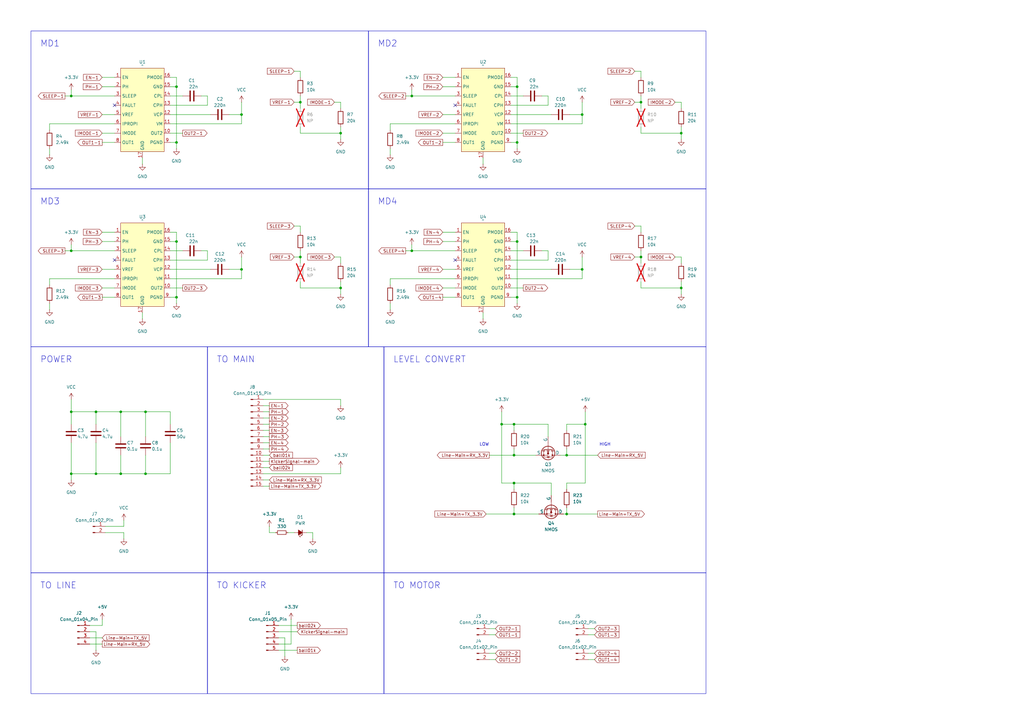
<source format=kicad_sch>
(kicad_sch (version 20231120) (generator "eeschema") (generator_version "8.0")
  (paper "A3")
  (junction (at 72.39 58.42))
  (junction (at 210.82 198.12))
  (junction (at 123.19 105.41))
  (junction (at 210.82 186.69))
  (junction (at 232.41 186.69))
  (junction (at 232.41 210.82))
  (junction (at 29.21 194.31))
  (junction (at 262.89 41.91))
  (junction (at 205.74 173.99))
  (junction (at 49.53 194.31))
  (junction (at 210.82 210.82))
  (junction (at 39.37 194.31))
  (junction (at 262.89 105.41))
  (junction (at 139.7 118.11))
  (junction (at 59.69 194.31))
  (junction (at 39.37 168.91))
  (junction (at 210.82 173.99))
  (junction (at 72.39 35.56))
  (junction (at 49.53 168.91))
  (junction (at 212.09 121.92))
  (junction (at 72.39 99.06))
  (junction (at 99.06 46.99))
  (junction (at 212.09 35.56))
  (junction (at 212.09 58.42))
  (junction (at 59.69 168.91))
  (junction (at 29.21 168.91))
  (junction (at 72.39 121.92))
  (junction (at 139.7 54.61))
  (junction (at 279.4 54.61))
  (junction (at 168.91 102.87))
  (junction (at 168.91 39.37))
  (junction (at 240.03 173.99))
  (junction (at 238.76 46.99))
  (junction (at 238.76 110.49))
  (junction (at 279.4 118.11))
  (junction (at 99.06 110.49))
  (junction (at 123.19 41.91))
  (junction (at 212.09 99.06))
  (junction (at 29.21 39.37))
  (junction (at 29.21 102.87))
  (no_connect (at 46.99 106.68))
  (no_connect (at 186.69 106.68))
  (no_connect (at 186.69 43.18))
  (no_connect (at 46.99 43.18))
  (wire (pts (xy 69.85 58.42) (xy 72.39 58.42)))
  (wire (pts (xy 72.39 60.96) (xy 72.39 58.42)))
  (wire (pts (xy 58.42 64.77) (xy 58.42 67.31)))
  (wire (pts (xy 232.41 210.82) (xy 245.11 210.82)))
  (wire (pts (xy 107.95 181.61) (xy 110.49 181.61)))
  (wire (pts (xy 123.19 118.11) (xy 139.7 118.11)))
  (wire (pts (xy 203.2 260.35) (xy 200.66 260.35)))
  (wire (pts (xy 160.02 127) (xy 160.02 124.46)))
  (wire (pts (xy 74.93 54.61) (xy 69.85 54.61)))
  (wire (pts (xy 166.37 102.87) (xy 168.91 102.87)))
  (wire (pts (xy 69.85 121.92) (xy 72.39 121.92)))
  (wire (pts (xy 110.49 199.39) (xy 107.95 199.39)))
  (wire (pts (xy 107.95 189.23) (xy 110.49 189.23)))
  (wire (pts (xy 209.55 58.42) (xy 212.09 58.42)))
  (wire (pts (xy 59.69 168.91) (xy 59.69 179.07)))
  (wire (pts (xy 214.63 118.11) (xy 209.55 118.11)))
  (wire (pts (xy 93.98 110.49) (xy 99.06 110.49)))
  (wire (pts (xy 128.27 220.98) (xy 128.27 218.44)))
  (wire (pts (xy 139.7 52.07) (xy 139.7 54.61)))
  (wire (pts (xy 262.89 29.21) (xy 262.89 31.75)))
  (wire (pts (xy 49.53 168.91) (xy 59.69 168.91)))
  (wire (pts (xy 39.37 168.91) (xy 49.53 168.91)))
  (wire (pts (xy 50.8 218.44) (xy 43.18 218.44)))
  (wire (pts (xy 168.91 39.37) (xy 186.69 39.37)))
  (wire (pts (xy 50.8 215.9) (xy 43.18 215.9)))
  (wire (pts (xy 262.89 102.87) (xy 262.89 105.41)))
  (wire (pts (xy 279.4 41.91) (xy 279.4 44.45)))
  (wire (pts (xy 110.49 168.91) (xy 107.95 168.91)))
  (wire (pts (xy 41.91 46.99) (xy 46.99 46.99)))
  (wire (pts (xy 232.41 186.69) (xy 229.87 186.69)))
  (wire (pts (xy 41.91 58.42) (xy 46.99 58.42)))
  (wire (pts (xy 114.3 264.16) (xy 119.38 264.16)))
  (wire (pts (xy 199.39 210.82) (xy 210.82 210.82)))
  (wire (pts (xy 205.74 198.12) (xy 210.82 198.12)))
  (wire (pts (xy 260.35 29.21) (xy 262.89 29.21)))
  (wire (pts (xy 41.91 35.56) (xy 46.99 35.56)))
  (wire (pts (xy 120.65 41.91) (xy 123.19 41.91)))
  (wire (pts (xy 39.37 181.61) (xy 39.37 194.31)))
  (wire (pts (xy 69.85 194.31) (xy 59.69 194.31)))
  (wire (pts (xy 86.36 46.99) (xy 69.85 46.99)))
  (wire (pts (xy 123.19 54.61) (xy 139.7 54.61)))
  (wire (pts (xy 20.32 114.3) (xy 20.32 116.84)))
  (wire (pts (xy 262.89 52.07) (xy 262.89 54.61)))
  (wire (pts (xy 200.66 257.81) (xy 203.2 257.81)))
  (wire (pts (xy 262.89 105.41) (xy 262.89 107.95)))
  (wire (pts (xy 198.12 64.77) (xy 198.12 67.31)))
  (wire (pts (xy 74.93 102.87) (xy 69.85 102.87)))
  (wire (pts (xy 121.92 266.7) (xy 114.3 266.7)))
  (wire (pts (xy 238.76 46.99) (xy 238.76 50.8)))
  (wire (pts (xy 139.7 118.11) (xy 139.7 120.65)))
  (wire (pts (xy 41.91 110.49) (xy 46.99 110.49)))
  (wire (pts (xy 20.32 50.8) (xy 20.32 53.34)))
  (wire (pts (xy 279.4 54.61) (xy 279.4 57.15)))
  (wire (pts (xy 186.69 114.3) (xy 160.02 114.3)))
  (wire (pts (xy 74.93 39.37) (xy 69.85 39.37)))
  (wire (pts (xy 262.89 54.61) (xy 279.4 54.61)))
  (wire (pts (xy 224.79 179.07) (xy 224.79 173.99)))
  (wire (pts (xy 222.25 102.87) (xy 224.79 102.87)))
  (wire (pts (xy 240.03 173.99) (xy 240.03 168.91)))
  (wire (pts (xy 69.85 181.61) (xy 69.85 194.31)))
  (wire (pts (xy 110.49 196.85) (xy 107.95 196.85)))
  (wire (pts (xy 209.55 106.68) (xy 224.79 106.68)))
  (wire (pts (xy 116.84 261.62) (xy 116.84 269.24)))
  (wire (pts (xy 212.09 99.06) (xy 212.09 121.92)))
  (wire (pts (xy 168.91 102.87) (xy 186.69 102.87)))
  (wire (pts (xy 99.06 110.49) (xy 99.06 114.3)))
  (wire (pts (xy 200.66 186.69) (xy 210.82 186.69)))
  (wire (pts (xy 99.06 41.91) (xy 99.06 46.99)))
  (wire (pts (xy 260.35 105.41) (xy 262.89 105.41)))
  (wire (pts (xy 232.41 210.82) (xy 231.14 210.82)))
  (wire (pts (xy 210.82 186.69) (xy 210.82 184.15)))
  (wire (pts (xy 69.85 35.56) (xy 72.39 35.56)))
  (wire (pts (xy 69.85 106.68) (xy 85.09 106.68)))
  (wire (pts (xy 99.06 114.3) (xy 69.85 114.3)))
  (wire (pts (xy 120.65 218.44) (xy 118.11 218.44)))
  (wire (pts (xy 107.95 176.53) (xy 110.49 176.53)))
  (wire (pts (xy 110.49 215.9) (xy 110.49 218.44)))
  (wire (pts (xy 279.4 52.07) (xy 279.4 54.61)))
  (wire (pts (xy 49.53 168.91) (xy 49.53 179.07)))
  (wire (pts (xy 181.61 95.25) (xy 186.69 95.25)))
  (wire (pts (xy 260.35 92.71) (xy 262.89 92.71)))
  (wire (pts (xy 20.32 63.5) (xy 20.32 60.96)))
  (wire (pts (xy 205.74 168.91) (xy 205.74 173.99)))
  (wire (pts (xy 39.37 259.08) (xy 36.83 259.08)))
  (wire (pts (xy 262.89 41.91) (xy 262.89 44.45)))
  (wire (pts (xy 120.65 105.41) (xy 123.19 105.41)))
  (wire (pts (xy 41.91 256.54) (xy 36.83 256.54)))
  (wire (pts (xy 279.4 115.57) (xy 279.4 118.11)))
  (wire (pts (xy 200.66 270.51) (xy 203.2 270.51)))
  (wire (pts (xy 168.91 36.83) (xy 168.91 39.37)))
  (wire (pts (xy 210.82 198.12) (xy 226.06 198.12)))
  (wire (pts (xy 120.65 29.21) (xy 123.19 29.21)))
  (wire (pts (xy 181.61 54.61) (xy 186.69 54.61)))
  (wire (pts (xy 240.03 173.99) (xy 240.03 198.12)))
  (wire (pts (xy 262.89 118.11) (xy 279.4 118.11)))
  (wire (pts (xy 29.21 168.91) (xy 39.37 168.91)))
  (wire (pts (xy 29.21 163.83) (xy 29.21 168.91)))
  (wire (pts (xy 205.74 173.99) (xy 210.82 173.99)))
  (wire (pts (xy 212.09 31.75) (xy 212.09 35.56)))
  (wire (pts (xy 212.09 60.96) (xy 212.09 58.42)))
  (wire (pts (xy 107.95 171.45) (xy 110.49 171.45)))
  (wire (pts (xy 39.37 194.31) (xy 49.53 194.31)))
  (wire (pts (xy 232.41 186.69) (xy 245.11 186.69)))
  (wire (pts (xy 233.68 46.99) (xy 238.76 46.99)))
  (wire (pts (xy 74.93 118.11) (xy 69.85 118.11)))
  (wire (pts (xy 186.69 50.8) (xy 160.02 50.8)))
  (wire (pts (xy 41.91 121.92) (xy 46.99 121.92)))
  (wire (pts (xy 238.76 110.49) (xy 238.76 114.3)))
  (wire (pts (xy 160.02 50.8) (xy 160.02 53.34)))
  (wire (pts (xy 123.19 115.57) (xy 123.19 118.11)))
  (wire (pts (xy 46.99 114.3) (xy 20.32 114.3)))
  (wire (pts (xy 276.86 105.41) (xy 279.4 105.41)))
  (wire (pts (xy 240.03 198.12) (xy 232.41 198.12)))
  (wire (pts (xy 205.74 173.99) (xy 205.74 198.12)))
  (wire (pts (xy 49.53 194.31) (xy 59.69 194.31)))
  (wire (pts (xy 41.91 95.25) (xy 46.99 95.25)))
  (wire (pts (xy 72.39 99.06) (xy 72.39 121.92)))
  (wire (pts (xy 212.09 124.46) (xy 212.09 121.92)))
  (wire (pts (xy 139.7 41.91) (xy 139.7 44.45)))
  (wire (pts (xy 72.39 31.75) (xy 72.39 35.56)))
  (wire (pts (xy 39.37 259.08) (xy 39.37 266.7)))
  (wire (pts (xy 226.06 110.49) (xy 209.55 110.49)))
  (wire (pts (xy 139.7 54.61) (xy 139.7 57.15)))
  (wire (pts (xy 50.8 213.36) (xy 50.8 215.9)))
  (wire (pts (xy 121.92 256.54) (xy 114.3 256.54)))
  (wire (pts (xy 29.21 181.61) (xy 29.21 194.31)))
  (wire (pts (xy 72.39 95.25) (xy 72.39 99.06)))
  (wire (pts (xy 260.35 41.91) (xy 262.89 41.91)))
  (wire (pts (xy 29.21 36.83) (xy 29.21 39.37)))
  (wire (pts (xy 276.86 41.91) (xy 279.4 41.91)))
  (wire (pts (xy 241.3 260.35) (xy 243.84 260.35)))
  (wire (pts (xy 241.3 270.51) (xy 243.84 270.51)))
  (wire (pts (xy 107.95 173.99) (xy 110.49 173.99)))
  (wire (pts (xy 224.79 173.99) (xy 210.82 173.99)))
  (wire (pts (xy 279.4 105.41) (xy 279.4 107.95)))
  (wire (pts (xy 99.06 50.8) (xy 69.85 50.8)))
  (wire (pts (xy 181.61 31.75) (xy 186.69 31.75)))
  (wire (pts (xy 50.8 218.44) (xy 50.8 220.98)))
  (wire (pts (xy 107.95 194.31) (xy 139.7 194.31)))
  (wire (pts (xy 232.41 173.99) (xy 240.03 173.99)))
  (wire (pts (xy 224.79 39.37) (xy 224.79 43.18)))
  (wire (pts (xy 232.41 176.53) (xy 232.41 173.99)))
  (wire (pts (xy 123.19 92.71) (xy 123.19 95.25)))
  (wire (pts (xy 107.95 186.69) (xy 110.49 186.69)))
  (wire (pts (xy 232.41 208.28) (xy 232.41 210.82)))
  (wire (pts (xy 241.3 257.81) (xy 243.84 257.81)))
  (wire (pts (xy 209.55 43.18) (xy 224.79 43.18)))
  (wire (pts (xy 119.38 254) (xy 119.38 264.16)))
  (wire (pts (xy 107.95 163.83) (xy 139.7 163.83)))
  (wire (pts (xy 99.06 105.41) (xy 99.06 110.49)))
  (wire (pts (xy 209.55 35.56) (xy 212.09 35.56)))
  (wire (pts (xy 262.89 39.37) (xy 262.89 41.91)))
  (wire (pts (xy 139.7 115.57) (xy 139.7 118.11)))
  (wire (pts (xy 99.06 46.99) (xy 99.06 50.8)))
  (wire (pts (xy 214.63 54.61) (xy 209.55 54.61)))
  (wire (pts (xy 110.49 218.44) (xy 113.03 218.44)))
  (wire (pts (xy 262.89 92.71) (xy 262.89 95.25)))
  (wire (pts (xy 160.02 114.3) (xy 160.02 116.84)))
  (wire (pts (xy 209.55 99.06) (xy 212.09 99.06)))
  (wire (pts (xy 181.61 118.11) (xy 186.69 118.11)))
  (wire (pts (xy 85.09 102.87) (xy 85.09 106.68)))
  (wire (pts (xy 69.85 168.91) (xy 69.85 173.99)))
  (wire (pts (xy 181.61 35.56) (xy 186.69 35.56)))
  (wire (pts (xy 181.61 58.42) (xy 186.69 58.42)))
  (wire (pts (xy 69.85 43.18) (xy 85.09 43.18)))
  (wire (pts (xy 58.42 128.27) (xy 58.42 130.81)))
  (wire (pts (xy 29.21 39.37) (xy 46.99 39.37)))
  (wire (pts (xy 123.19 41.91) (xy 123.19 44.45)))
  (wire (pts (xy 210.82 173.99) (xy 210.82 176.53)))
  (wire (pts (xy 46.99 50.8) (xy 20.32 50.8)))
  (wire (pts (xy 214.63 102.87) (xy 209.55 102.87)))
  (wire (pts (xy 210.82 210.82) (xy 220.98 210.82)))
  (wire (pts (xy 59.69 194.31) (xy 59.69 186.69)))
  (wire (pts (xy 160.02 63.5) (xy 160.02 60.96)))
  (wire (pts (xy 82.55 39.37) (xy 85.09 39.37)))
  (wire (pts (xy 20.32 127) (xy 20.32 124.46)))
  (wire (pts (xy 210.82 186.69) (xy 219.71 186.69)))
  (wire (pts (xy 29.21 100.33) (xy 29.21 102.87)))
  (wire (pts (xy 69.85 31.75) (xy 72.39 31.75)))
  (wire (pts (xy 139.7 166.37) (xy 139.7 163.83)))
  (wire (pts (xy 262.89 115.57) (xy 262.89 118.11)))
  (wire (pts (xy 222.25 39.37) (xy 224.79 39.37)))
  (wire (pts (xy 123.19 105.41) (xy 123.19 107.95)))
  (wire (pts (xy 86.36 110.49) (xy 69.85 110.49)))
  (wire (pts (xy 198.12 128.27) (xy 198.12 130.81)))
  (wire (pts (xy 210.82 208.28) (xy 210.82 210.82)))
  (wire (pts (xy 210.82 198.12) (xy 210.82 200.66)))
  (wire (pts (xy 181.61 121.92) (xy 186.69 121.92)))
  (wire (pts (xy 123.19 52.07) (xy 123.19 54.61)))
  (wire (pts (xy 224.79 102.87) (xy 224.79 106.68)))
  (wire (pts (xy 209.55 31.75) (xy 212.09 31.75)))
  (wire (pts (xy 72.39 35.56) (xy 72.39 58.42)))
  (wire (pts (xy 137.16 105.41) (xy 139.7 105.41)))
  (wire (pts (xy 238.76 41.91) (xy 238.76 46.99)))
  (wire (pts (xy 107.95 179.07) (xy 110.49 179.07)))
  (wire (pts (xy 123.19 102.87) (xy 123.19 105.41)))
  (wire (pts (xy 41.91 118.11) (xy 46.99 118.11)))
  (wire (pts (xy 59.69 168.91) (xy 69.85 168.91)))
  (wire (pts (xy 226.06 198.12) (xy 226.06 203.2)))
  (wire (pts (xy 238.76 105.41) (xy 238.76 110.49)))
  (wire (pts (xy 69.85 95.25) (xy 72.39 95.25)))
  (wire (pts (xy 209.55 95.25) (xy 212.09 95.25)))
  (wire (pts (xy 226.06 46.99) (xy 209.55 46.99)))
  (wire (pts (xy 39.37 173.99) (xy 39.37 168.91)))
  (wire (pts (xy 128.27 218.44) (xy 125.73 218.44)))
  (wire (pts (xy 110.49 166.37) (xy 107.95 166.37)))
  (wire (pts (xy 114.3 261.62) (xy 116.84 261.62)))
  (wire (pts (xy 137.16 41.91) (xy 139.7 41.91)))
  (wire (pts (xy 212.09 95.25) (xy 212.09 99.06)))
  (wire (pts (xy 36.83 264.16) (xy 41.91 264.16)))
  (wire (pts (xy 212.09 35.56) (xy 212.09 58.42)))
  (wire (pts (xy 114.3 259.08) (xy 121.92 259.08)))
  (wire (pts (xy 279.4 118.11) (xy 279.4 120.65)))
  (wire (pts (xy 85.09 39.37) (xy 85.09 43.18)))
  (wire (pts (xy 41.91 254) (xy 41.91 256.54)))
  (wire (pts (xy 232.41 198.12) (xy 232.41 200.66)))
  (wire (pts (xy 214.63 39.37) (xy 209.55 39.37)))
  (wire (pts (xy 29.21 168.91) (xy 29.21 173.99)))
  (wire (pts (xy 29.21 194.31) (xy 39.37 194.31)))
  (wire (pts (xy 36.83 261.62) (xy 41.91 261.62)))
  (wire (pts (xy 123.19 29.21) (xy 123.19 31.75)))
  (wire (pts (xy 238.76 114.3) (xy 209.55 114.3)))
  (wire (pts (xy 93.98 46.99) (xy 99.06 46.99)))
  (wire (pts (xy 72.39 124.46) (xy 72.39 121.92)))
  (wire (pts (xy 26.67 102.87) (xy 29.21 102.87)))
  (wire (pts (xy 168.91 100.33) (xy 168.91 102.87)))
  (wire (pts (xy 181.61 46.99) (xy 186.69 46.99)))
  (wire (pts (xy 209.55 121.92) (xy 212.09 121.92)))
  (wire (pts (xy 41.91 54.61) (xy 46.99 54.61)))
  (wire (pts (xy 49.53 186.69) (xy 49.53 194.31)))
  (wire (pts (xy 29.21 102.87) (xy 46.99 102.87)))
  (wire (pts (xy 233.68 110.49) (xy 238.76 110.49)))
  (wire (pts (xy 107.95 184.15) (xy 110.49 184.15)))
  (wire (pts (xy 139.7 194.31) (xy 139.7 191.77)))
  (wire (pts (xy 29.21 196.85) (xy 29.21 194.31)))
  (wire (pts (xy 110.49 191.77) (xy 107.95 191.77)))
  (wire (pts (xy 181.61 99.06) (xy 186.69 99.06)))
  (wire (pts (xy 238.76 50.8) (xy 209.55 50.8)))
  (wire (pts (xy 200.66 267.97) (xy 203.2 267.97)))
  (wire (pts (xy 232.41 184.15) (xy 232.41 186.69)))
  (wire (pts (xy 120.65 92.71) (xy 123.19 92.71)))
  (wire (pts (xy 69.85 99.06) (xy 72.39 99.06)))
  (wire (pts (xy 181.61 110.49) (xy 186.69 110.49)))
  (wire (pts (xy 166.37 39.37) (xy 168.91 39.37)))
  (wire (pts (xy 41.91 99.06) (xy 46.99 99.06)))
  (wire (pts (xy 139.7 105.41) (xy 139.7 107.95)))
  (wire (pts (xy 82.55 102.87) (xy 85.09 102.87)))
  (wire (pts (xy 241.3 267.97) (xy 243.84 267.97)))
  (wire (pts (xy 41.91 31.75) (xy 46.99 31.75)))
  (wire (pts (xy 26.67 39.37) (xy 29.21 39.37)))
  (wire (pts (xy 123.19 39.37) (xy 123.19 41.91)))
  (rectangle (start 12.7 142.24) (end 85.09 234.95))
  (rectangle (start 12.7 12.7) (end 151.13 77.47))
  (rectangle (start 85.09 234.95) (end 157.48 284.48))
  (rectangle (start 12.7 234.95) (end 85.09 284.48))
  (rectangle (start 157.48 142.24) (end 289.56 234.95))
  (rectangle (start 12.7 77.47) (end 151.13 142.24))
  (rectangle (start 151.13 77.47) (end 289.56 142.24))
  (rectangle (start 157.48 234.95) (end 289.56 284.48))
  (rectangle (start 85.09 142.24) (end 157.48 234.95))
  (rectangle (start 151.13 12.7) (end 289.56 77.47))
  (text "MD3" (at 16.51 81.28 0) (effects (font (size 2.54 2.54)) (justify left top)))
  (text "LEVEL CONVERT" (at 161.29 146.05 0) (effects (font (size 2.54 2.54)) (justify left top)))
  (text "HIGH" (at 248.158 182.372 0) (effects (font (size 1.27 1.27))))
  (text "TO MOTOR" (at 161.29 238.76 0) (effects (font (size 2.54 2.54)) (justify left top)))
  (text "TO LINE" (at 16.51 238.76 0) (effects (font (size 2.54 2.54)) (justify left top)))
  (text "TO KICKER" (at 88.9 238.76 0) (effects (font (size 2.54 2.54)) (justify left top)))
  (text "POWER" (at 16.51 146.05 0) (effects (font (size 2.54 2.54)) (justify left top)))
  (text "MD2" (at 154.94 16.51 0) (effects (font (size 2.54 2.54)) (justify left top)))
  (text "MD4" (at 154.94 81.28 0) (effects (font (size 2.54 2.54)) (justify left top)))
  (text "LOW" (at 198.628 182.372 0) (effects (font (size 1.27 1.27))))
  (text "TO MAIN" (at 88.9 146.05 0) (effects (font (size 2.54 2.54)) (justify left top)))
  (text "MD1" (at 16.51 16.51 0) (effects (font (size 2.54 2.54)) (justify left top)))
  (global_label "PH-2" (shape input) (at 181.61 35.56 180) (property "Intersheetrefs" "${INTERSHEET_REFS}" (effects (hide yes))))
  (global_label "SLEEP-3" (shape input) (at 120.65 92.71 180) (property "Intersheetrefs" "${INTERSHEET_REFS}" (effects (hide yes))))
  (global_label "ball02k" (shape output) (at 121.92 256.54 0) (property "Intersheetrefs" "${INTERSHEET_REFS}" (effects (hide yes))))
  (global_label "PH-1" (shape input) (at 41.91 35.56 180) (property "Intersheetrefs" "${INTERSHEET_REFS}" (effects (hide yes))))
  (global_label "OUT2-1" (shape output) (at 74.93 54.61 0) (property "Intersheetrefs" "${INTERSHEET_REFS}" (effects (hide yes))))
  (global_label "IMODE-1" (shape input) (at 137.16 41.91 180) (property "Intersheetrefs" "${INTERSHEET_REFS}" (effects (hide yes))))
  (global_label "EN-2" (shape output) (at 110.49 171.45 0) (property "Intersheetrefs" "${INTERSHEET_REFS}" (effects (hide yes))))
  (global_label "OUT1-4" (shape output) (at 181.61 121.92 180) (property "Intersheetrefs" "${INTERSHEET_REFS}" (effects (hide yes))))
  (global_label "IMODE-3" (shape input) (at 41.91 118.11 180) (property "Intersheetrefs" "${INTERSHEET_REFS}" (effects (hide yes))))
  (global_label "ball01k" (shape output) (at 121.92 266.7 0) (property "Intersheetrefs" "${INTERSHEET_REFS}" (effects (hide yes))))
  (global_label "OUT1-4" (shape input) (at 243.84 270.51 0) (property "Intersheetrefs" "${INTERSHEET_REFS}" (effects (hide yes))))
  (global_label "Line-Main=TX_3.3V" (shape input) (at 199.39 210.82 180) (property "Intersheetrefs" "${INTERSHEET_REFS}" (effects (hide yes))))
  (global_label "OUT2-2" (shape input) (at 203.2 267.97 0) (property "Intersheetrefs" "${INTERSHEET_REFS}" (effects (hide yes))))
  (global_label "PH-4" (shape input) (at 181.61 99.06 180) (property "Intersheetrefs" "${INTERSHEET_REFS}" (effects (hide yes))))
  (global_label "EN-3" (shape input) (at 41.91 95.25 180) (property "Intersheetrefs" "${INTERSHEET_REFS}" (effects (hide yes))))
  (global_label "ball02k" (shape input) (at 110.49 191.77 0) (property "Intersheetrefs" "${INTERSHEET_REFS}" (effects (hide yes))))
  (global_label "ball01k" (shape input) (at 110.49 186.69 0) (property "Intersheetrefs" "${INTERSHEET_REFS}" (effects (hide yes))))
  (global_label "OUT1-1" (shape output) (at 41.91 58.42 180) (property "Intersheetrefs" "${INTERSHEET_REFS}" (effects (hide yes))))
  (global_label "VREF-4" (shape input) (at 260.35 105.41 180) (property "Intersheetrefs" "${INTERSHEET_REFS}" (effects (hide yes))))
  (global_label "SLEEP-3" (shape output) (at 26.67 102.87 180) (property "Intersheetrefs" "${INTERSHEET_REFS}" (effects (hide yes))))
  (global_label "EN-4" (shape input) (at 181.61 95.25 180) (property "Intersheetrefs" "${INTERSHEET_REFS}" (effects (hide yes))))
  (global_label "SLEEP-1" (shape output) (at 26.67 39.37 180) (property "Intersheetrefs" "${INTERSHEET_REFS}" (effects (hide yes))))
  (global_label "Line-Main=RX_3.3V" (shape input) (at 110.49 196.85 0) (property "Intersheetrefs" "${INTERSHEET_REFS}" (effects (hide yes))))
  (global_label "OUT2-4" (shape output) (at 214.63 118.11 0) (property "Intersheetrefs" "${INTERSHEET_REFS}" (effects (hide yes))))
  (global_label "Line-Main=RX_3.3V" (shape output) (at 200.66 186.69 180) (property "Intersheetrefs" "${INTERSHEET_REFS}" (effects (hide yes))))
  (global_label "Line-Main=TX_5V" (shape output) (at 245.11 210.82 0) (property "Intersheetrefs" "${INTERSHEET_REFS}" (effects (hide yes))))
  (global_label "IMODE-1" (shape input) (at 41.91 54.61 180) (property "Intersheetrefs" "${INTERSHEET_REFS}" (effects (hide yes))))
  (global_label "VREF-3" (shape input) (at 120.65 105.41 180) (property "Intersheetrefs" "${INTERSHEET_REFS}" (effects (hide yes))))
  (global_label "PH-3" (shape output) (at 110.49 179.07 0) (property "Intersheetrefs" "${INTERSHEET_REFS}" (effects (hide yes))))
  (global_label "VREF-4" (shape input) (at 181.61 110.49 180) (property "Intersheetrefs" "${INTERSHEET_REFS}" (effects (hide yes))))
  (global_label "OUT1-1" (shape input) (at 203.2 260.35 0) (property "Intersheetrefs" "${INTERSHEET_REFS}" (effects (hide yes))))
  (global_label "SLEEP-4" (shape input) (at 260.35 92.71 180) (property "Intersheetrefs" "${INTERSHEET_REFS}" (effects (hide yes))))
  (global_label "SLEEP-2" (shape input) (at 260.35 29.21 180) (property "Intersheetrefs" "${INTERSHEET_REFS}" (effects (hide yes))))
  (global_label "PH-4" (shape output) (at 110.49 184.15 0) (property "Intersheetrefs" "${INTERSHEET_REFS}" (effects (hide yes))))
  (global_label "EN-2" (shape input) (at 181.61 31.75 180) (property "Intersheetrefs" "${INTERSHEET_REFS}" (effects (hide yes))))
  (global_label "IMODE-3" (shape input) (at 137.16 105.41 180) (property "Intersheetrefs" "${INTERSHEET_REFS}" (effects (hide yes))))
  (global_label "KickerSignal-main" (shape input) (at 121.92 259.08 0) (property "Intersheetrefs" "${INTERSHEET_REFS}" (effects (hide yes))))
  (global_label "OUT1-2" (shape input) (at 203.2 270.51 0) (property "Intersheetrefs" "${INTERSHEET_REFS}" (effects (hide yes))))
  (global_label "OUT2-4" (shape input) (at 243.84 267.97 0) (property "Intersheetrefs" "${INTERSHEET_REFS}" (effects (hide yes))))
  (global_label "OUT1-3" (shape input) (at 243.84 260.35 0) (property "Intersheetrefs" "${INTERSHEET_REFS}" (effects (hide yes))))
  (global_label "EN-3" (shape output) (at 110.49 176.53 0) (property "Intersheetrefs" "${INTERSHEET_REFS}" (effects (hide yes))))
  (global_label "VREF-2" (shape input) (at 181.61 46.99 180) (property "Intersheetrefs" "${INTERSHEET_REFS}" (effects (hide yes))))
  (global_label "EN-1" (shape output) (at 110.49 166.37 0) (property "Intersheetrefs" "${INTERSHEET_REFS}" (effects (hide yes))))
  (global_label "SLEEP-2" (shape output) (at 166.37 39.37 180) (property "Intersheetrefs" "${INTERSHEET_REFS}" (effects (hide yes))))
  (global_label "VREF-1" (shape input) (at 120.65 41.91 180) (property "Intersheetrefs" "${INTERSHEET_REFS}" (effects (hide yes))))
  (global_label "IMODE-2" (shape input) (at 181.61 54.61 180) (property "Intersheetrefs" "${INTERSHEET_REFS}" (effects (hide yes))))
  (global_label "Line-Main=RX_5V" (shape output) (at 41.91 264.16 0) (property "Intersheetrefs" "${INTERSHEET_REFS}" (effects (hide yes))))
  (global_label "IMODE-4" (shape input) (at 276.86 105.41 180) (property "Intersheetrefs" "${INTERSHEET_REFS}" (effects (hide yes))))
  (global_label "SLEEP-4" (shape output) (at 166.37 102.87 180) (property "Intersheetrefs" "${INTERSHEET_REFS}" (effects (hide yes))))
  (global_label "EN-4" (shape output) (at 110.49 181.61 0) (property "Intersheetrefs" "${INTERSHEET_REFS}" (effects (hide yes))))
  (global_label "VREF-2" (shape input) (at 260.35 41.91 180) (property "Intersheetrefs" "${INTERSHEET_REFS}" (effects (hide yes))))
  (global_label "IMODE-4" (shape input) (at 181.61 118.11 180) (property "Intersheetrefs" "${INTERSHEET_REFS}" (effects (hide yes))))
  (global_label "PH-3" (shape input) (at 41.91 99.06 180) (property "Intersheetrefs" "${INTERSHEET_REFS}" (effects (hide yes))))
  (global_label "OUT1-2" (shape output) (at 181.61 58.42 180) (property "Intersheetrefs" "${INTERSHEET_REFS}" (effects (hide yes))))
  (global_label "OUT2-2" (shape output) (at 214.63 54.61 0) (property "Intersheetrefs" "${INTERSHEET_REFS}" (effects (hide yes))))
  (global_label "VREF-3" (shape input) (at 41.91 110.49 180) (property "Intersheetrefs" "${INTERSHEET_REFS}" (effects (hide yes))))
  (global_label "KickerSignal-main" (shape output) (at 110.49 189.23 0) (property "Intersheetrefs" "${INTERSHEET_REFS}" (effects (hide yes))))
  (global_label "IMODE-2" (shape input) (at 276.86 41.91 180) (property "Intersheetrefs" "${INTERSHEET_REFS}" (effects (hide yes))))
  (global_label "VREF-1" (shape input) (at 41.91 46.99 180) (property "Intersheetrefs" "${INTERSHEET_REFS}" (effects (hide yes))))
  (global_label "OUT2-3" (shape output) (at 74.93 118.11 0) (property "Intersheetrefs" "${INTERSHEET_REFS}" (effects (hide yes))))
  (global_label "Line-Main=RX_5V" (shape input) (at 245.11 186.69 0) (property "Intersheetrefs" "${INTERSHEET_REFS}" (effects (hide yes))))
  (global_label "Line-Main=TX_3.3V" (shape output) (at 110.49 199.39 0) (property "Intersheetrefs" "${INTERSHEET_REFS}" (effects (hide yes))))
  (global_label "Line-Main=TX_5V" (shape input) (at 41.91 261.62 0) (property "Intersheetrefs" "${INTERSHEET_REFS}" (effects (hide yes))))
  (global_label "EN-1" (shape input) (at 41.91 31.75 180) (property "Intersheetrefs" "${INTERSHEET_REFS}" (effects (hide yes))))
  (global_label "OUT2-1" (shape input) (at 203.2 257.81 0) (property "Intersheetrefs" "${INTERSHEET_REFS}" (effects (hide yes))))
  (global_label "OUT2-3" (shape input) (at 243.84 257.81 0) (property "Intersheetrefs" "${INTERSHEET_REFS}" (effects (hide yes))))
  (global_label "OUT1-3" (shape output) (at 41.91 121.92 180) (property "Intersheetrefs" "${INTERSHEET_REFS}" (effects (hide yes))))
  (global_label "SLEEP-1" (shape input) (at 120.65 29.21 180) (property "Intersheetrefs" "${INTERSHEET_REFS}" (effects (hide yes))))
  (global_label "PH-1" (shape output) (at 110.49 168.91 0) (property "Intersheetrefs" "${INTERSHEET_REFS}" (effects (hide yes))))
  (global_label "PH-2" (shape output) (at 110.49 173.99 0) (property "Intersheetrefs" "${INTERSHEET_REFS}" (effects (hide yes))))
  (symbol (lib_id "Device:R") (at 20.32 57.15 0) (unit 1)
    (property "Reference" "R4" (at 22.86 55.88 0) (effects (justify left)))
    (property "Value" "2.49k" (at 22.86 58.42 0) (effects (justify left)))
    (property "Footprint" "Resistor_SMD:R_0603_1608Metric" (effects (hide yes)))
    (property "Description" "Resistor" (effects (hide yes)))
  )
  (symbol (lib_id "@2024TOINIOT2-MD:DRV8874") (at 198.12 27.94 0) (unit 1)
    (property "Reference" "U2" (at 198.12 25.4 0))
    (property "Value" "~" (at 198.12 26.67 0))
    (property "Footprint" "Package_SO:HTSSOP-16-1EP_4.4x5mm_P0.65mm_EP3.4x5mm" (effects (hide yes)))
  )
  (symbol (lib_id "@2024TOINIOT2-MD:DRV8874") (at 58.42 91.44 0) (unit 1)
    (property "Reference" "U3" (at 58.42 88.9 0))
    (property "Value" "~" (at 58.42 90.17 0))
    (property "Footprint" "Package_SO:HTSSOP-16-1EP_4.4x5mm_P0.65mm_EP3.4x5mm" (effects (hide yes)))
  )
  (symbol (lib_id "power:GND") (at 198.12 130.81 0) (unit 1)
    (property "Reference" "#PWR034" (effects (hide yes)))
    (property "Value" "GND" (at 198.12 135.89 0))
    (property "Description" "Power symbol creates a global label with name \"GND\" , ground" (effects (hide yes)))
  )
  (symbol (lib_id "power:VCC") (at 50.8 213.36 0) (unit 1)
    (property "Reference" "#PWR025" (effects (hide yes)))
    (property "Value" "VCC" (at 50.8 208.28 0))
    (property "Description" "Power symbol creates a global label with name \"VCC\"" (effects (hide yes)))
  )
  (symbol (lib_id "power:+3.3V") (at 139.7 191.77 0) (unit 1)
    (property "Reference" "#PWR05" (effects (hide yes)))
    (property "Value" "+3.3V" (at 139.7 186.69 0))
    (property "Description" "Power symbol creates a global label with name \"+3.3V\"" (effects (hide yes)))
  )
  (symbol (lib_id "power:+3.3V") (at 119.38 254 0) (unit 1)
    (property "Reference" "#PWR027" (effects (hide yes)))
    (property "Value" "+3.3V" (at 119.38 248.92 0))
    (property "Description" "Power symbol creates a global label with name \"+3.3V\"" (effects (hide yes)))
  )
  (symbol (lib_id "power:GND") (at 160.02 127 0) (unit 1)
    (property "Reference" "#PWR014" (effects (hide yes)))
    (property "Value" "GND" (at 160.02 132.08 0))
    (property "Description" "Power symbol creates a global label with name \"GND\" , ground" (effects (hide yes)))
  )
  (symbol (lib_id "power:GND") (at 50.8 220.98 0) (unit 1)
    (property "Reference" "#PWR018" (effects (hide yes)))
    (property "Value" "GND" (at 50.8 226.06 0))
    (property "Description" "Power symbol creates a global label with name \"GND\" , ground" (effects (hide yes)))
  )
  (symbol (lib_id "power:+3.3V") (at 205.74 168.91 0) (unit 1)
    (property "Reference" "#PWR031" (effects (hide yes)))
    (property "Value" "+3.3V" (at 205.74 163.83 0))
    (property "Description" "Power symbol creates a global label with name \"+3.3V\"" (effects (hide yes)))
  )
  (symbol (lib_id "power:GND") (at 139.7 166.37 0) (unit 1)
    (property "Reference" "#PWR02" (effects (hide yes)))
    (property "Value" "GND" (at 139.7 171.45 0))
    (property "Description" "Power symbol creates a global label with name \"GND\" , ground" (effects (hide yes)))
  )
  (symbol (lib_id "Device:R") (at 210.82 204.47 180) (unit 1)
    (property "Reference" "R22" (at 213.36 203.1999 0) (effects (justify right)))
    (property "Value" "10k" (at 213.36 205.7399 0) (effects (justify right)))
    (property "Footprint" "Resistor_SMD:R_0603_1608Metric" (effects (hide yes)))
    (property "Description" "Resistor" (effects (hide yes)))
  )
  (symbol (lib_id "Simulation_SPICE:NMOS") (at 224.79 184.15 270) (unit 1)
    (property "Reference" "Q3" (at 224.79 190.5 90))
    (property "Value" "NMOS" (at 224.79 193.04 90))
    (property "Footprint" "Package_TO_SOT_SMD:SOT-23" (effects (hide yes)))
    (property "Datasheet" "https://ngspice.sourceforge.io/docs/ngspice-html-manual/manual.xhtml#cha_MOSFETs" (effects (hide yes)))
    (property "Description" "N-MOSFET transistor, drain/source/gate" (effects (hide yes)))
    (property "Sim.Device" "NMOS" (effects (hide yes)))
    (property "Sim.Type" "VDMOS" (effects (hide yes)))
    (property "Sim.Pins" "1=D 2=G 3=S" (effects (hide yes)))
  )
  (symbol (lib_id "Device:R") (at 160.02 120.65 0) (unit 1)
    (property "Reference" "R16" (at 162.56 119.38 0) (effects (justify left)))
    (property "Value" "2.49k" (at 162.56 121.92 0) (effects (justify left)))
    (property "Footprint" "Resistor_SMD:R_0603_1608Metric" (effects (hide yes)))
    (property "Description" "Resistor" (effects (hide yes)))
  )
  (symbol (lib_id "power:GND") (at 212.09 124.46 0) (unit 1)
    (property "Reference" "#PWR015" (effects (hide yes)))
    (property "Value" "GND" (at 212.09 129.54 0))
    (property "Description" "Power symbol creates a global label with name \"GND\" , ground" (effects (hide yes)))
  )
  (symbol (lib_id "power:+3.3V") (at 29.21 36.83 0) (unit 1)
    (property "Reference" "#PWR020" (effects (hide yes)))
    (property "Value" "+3.3V" (at 29.21 31.75 0))
    (property "Description" "Power symbol creates a global label with name \"+3.3V\"" (effects (hide yes)))
  )
  (symbol (lib_id "power:GND") (at 160.02 63.5 0) (unit 1)
    (property "Reference" "#PWR08" (effects (hide yes)))
    (property "Value" "GND" (at 160.02 68.58 0))
    (property "Description" "Power symbol creates a global label with name \"GND\" , ground" (effects (hide yes)))
  )
  (symbol (lib_id "Connector:Conn_01x02_Pin") (at 195.58 257.81 0) (unit 1)
    (property "Reference" "J3" (at 196.215 252.73 0))
    (property "Value" "Conn_01x02_Pin" (at 196.215 255.27 0))
    (property "Footprint" "@2024TOINIOT2-MD:JST_XH_B2B-XH-A_1x02_P2.50mm_Vertical" (effects (hide yes)))
    (property "Description" "Generic connector, single row, 01x02, script generated" (effects (hide yes)))
  )
  (symbol (lib_id "Device:R") (at 279.4 111.76 0) (unit 1)
    (property "Reference" "R19" (at 281.94 110.49 0) (effects (justify left)))
    (property "Value" "20k" (at 281.94 113.03 0) (effects (justify left)))
    (property "Footprint" "Resistor_SMD:R_0603_1608Metric" (effects (hide yes)))
    (property "Description" "Resistor" (effects (hide yes)))
  )
  (symbol (lib_id "Connector:Conn_01x02_Pin") (at 236.22 257.81 0) (unit 1)
    (property "Reference" "J5" (at 236.855 252.73 0))
    (property "Value" "Conn_01x02_Pin" (at 236.855 255.27 0))
    (property "Footprint" "@2024TOINIOT2-MD:JST_XH_B2B-XH-A_1x02_P2.50mm_Vertical" (effects (hide yes)))
    (property "Description" "Generic connector, single row, 01x02, script generated" (effects (hide yes)))
  )
  (symbol (lib_id "Connector:Conn_01x02_Pin") (at 195.58 267.97 0) (unit 1)
    (property "Reference" "J4" (at 196.215 262.89 0))
    (property "Value" "Conn_01x02_Pin" (at 196.215 265.43 0))
    (property "Footprint" "@2024TOINIOT2-MD:JST_XH_B2B-XH-A_1x02_P2.50mm_Vertical" (effects (hide yes)))
    (property "Description" "Generic connector, single row, 01x02, script generated" (effects (hide yes)))
  )
  (symbol (lib_id "power:GND") (at 72.39 124.46 0) (unit 1)
    (property "Reference" "#PWR012" (effects (hide yes)))
    (property "Value" "GND" (at 72.39 129.54 0))
    (property "Description" "Power symbol creates a global label with name \"GND\" , ground" (effects (hide yes)))
  )
  (symbol (lib_id "power:VCC") (at 99.06 41.91 0) (unit 1)
    (property "Reference" "#PWR038" (effects (hide yes)))
    (property "Value" "VCC" (at 99.06 36.83 0))
    (property "Description" "Power symbol creates a global label with name \"VCC\"" (effects (hide yes)))
  )
  (symbol (lib_id "power:+5V") (at 41.91 254 0) (mirror y) (unit 1)
    (property "Reference" "#PWR026" (effects (hide yes)))
    (property "Value" "+5V" (at 41.91 248.92 0))
    (property "Description" "Power symbol creates a global label with name \"+5V\"" (effects (hide yes)))
  )
  (symbol (lib_id "power:GND") (at 139.7 57.15 0) (unit 1)
    (property "Reference" "#PWR03" (effects (hide yes)))
    (property "Value" "GND" (at 139.7 62.23 0))
    (property "Description" "Power symbol creates a global label with name \"GND\" , ground" (effects (hide yes)))
  )
  (symbol (lib_id "Device:R") (at 123.19 99.06 0) (unit 1)
    (property "Reference" "R13" (at 125.73 97.79 0) (effects (justify left)))
    (property "Value" "10k" (at 125.73 100.33 0) (effects (justify left)))
    (property "Footprint" "Resistor_SMD:R_0603_1608Metric" (effects (hide yes)))
    (property "Description" "Resistor" (effects (hide yes)))
  )
  (symbol (lib_id "Device:C") (at 69.85 177.8 0) (unit 1)
    (property "Reference" "C5" (at 72.39 176.53 0) (effects (justify left)))
    (property "Value" "50u" (at 72.39 179.07 0) (effects (justify left)))
    (property "Footprint" "Capacitor_SMD:C_0603_1608Metric" (effects (hide yes)))
    (property "Description" "Unpolarized capacitor" (effects (hide yes)))
  )
  (symbol (lib_id "power:GND") (at 139.7 120.65 0) (unit 1)
    (property "Reference" "#PWR013" (effects (hide yes)))
    (property "Value" "GND" (at 139.7 125.73 0))
    (property "Description" "Power symbol creates a global label with name \"GND\" , ground" (effects (hide yes)))
  )
  (symbol (lib_id "Device:R_Small") (at 115.57 218.44 90) (unit 1)
    (property "Reference" "R1" (at 115.57 213.36 90))
    (property "Value" "330" (at 115.57 215.9 90))
    (property "Footprint" "Resistor_SMD:R_0603_1608Metric" (effects (hide yes)))
    (property "Description" "Resistor, small symbol" (effects (hide yes)))
  )
  (symbol (lib_id "Device:C") (at 59.69 182.88 0) (unit 1)
    (property "Reference" "C8" (at 62.23 181.61 0) (effects (justify left)))
    (property "Value" "0.1u" (at 62.23 184.15 0) (effects (justify left)))
    (property "Footprint" "Capacitor_SMD:C_0603_1608Metric" (effects (hide yes)))
    (property "Description" "Unpolarized capacitor" (effects (hide yes)))
  )
  (symbol (lib_id "Simulation_SPICE:NMOS") (at 226.06 208.28 270) (unit 1)
    (property "Reference" "Q4" (at 226.06 214.63 90))
    (property "Value" "NMOS" (at 226.06 217.17 90))
    (property "Footprint" "Package_TO_SOT_SMD:SOT-23" (effects (hide yes)))
    (property "Datasheet" "https://ngspice.sourceforge.io/docs/ngspice-html-manual/manual.xhtml#cha_MOSFETs" (effects (hide yes)))
    (property "Description" "N-MOSFET transistor, drain/source/gate" (effects (hide yes)))
    (property "Sim.Device" "NMOS" (effects (hide yes)))
    (property "Sim.Type" "VDMOS" (effects (hide yes)))
    (property "Sim.Pins" "1=D 2=G 3=S" (effects (hide yes)))
  )
  (symbol (lib_id "power:GND") (at 198.12 67.31 0) (unit 1)
    (property "Reference" "#PWR033" (effects (hide yes)))
    (property "Value" "GND" (at 198.12 72.39 0))
    (property "Description" "Power symbol creates a global label with name \"GND\" , ground" (effects (hide yes)))
  )
  (symbol (lib_id "power:GND") (at 39.37 266.7 0) (mirror y) (unit 1)
    (property "Reference" "#PWR029" (effects (hide yes)))
    (property "Value" "GND" (at 39.37 271.78 0))
    (property "Description" "Power symbol creates a global label with name \"GND\" , ground" (effects (hide yes)))
  )
  (symbol (lib_id "Connector:Conn_01x02_Pin") (at 236.22 267.97 0) (unit 1)
    (property "Reference" "J6" (at 236.855 262.89 0))
    (property "Value" "Conn_01x02_Pin" (at 236.855 265.43 0))
    (property "Footprint" "@2024TOINIOT2-MD:JST_XH_B2B-XH-A_1x02_P2.50mm_Vertical" (effects (hide yes)))
    (property "Description" "Generic connector, single row, 01x02, script generated" (effects (hide yes)))
  )
  (symbol (lib_id "Device:C") (at 90.17 110.49 90) (unit 1)
    (property "Reference" "C12" (at 90.17 104.14 90))
    (property "Value" "220n" (at 90.17 106.68 90))
    (property "Footprint" "Capacitor_SMD:C_0603_1608Metric" (effects (hide yes)))
    (property "Description" "Unpolarized capacitor" (effects (hide yes)))
  )
  (symbol (lib_id "power:GND") (at 20.32 127 0) (unit 1)
    (property "Reference" "#PWR011" (effects (hide yes)))
    (property "Value" "GND" (at 20.32 132.08 0))
    (property "Description" "Power symbol creates a global label with name \"GND\" , ground" (effects (hide yes)))
  )
  (symbol (lib_id "Device:R") (at 139.7 48.26 0) (unit 1)
    (property "Reference" "R7" (at 142.24 46.99 0) (effects (justify left)))
    (property "Value" "20k" (at 142.24 49.53 0) (effects (justify left)))
    (property "Footprint" "Resistor_SMD:R_0603_1608Metric" (effects (hide yes)))
    (property "Description" "Resistor" (effects (hide yes)))
  )
  (symbol (lib_id "Device:C") (at 229.87 110.49 90) (unit 1)
    (property "Reference" "C14" (at 229.87 104.14 90))
    (property "Value" "220n" (at 229.87 106.68 90))
    (property "Footprint" "Capacitor_SMD:C_0603_1608Metric" (effects (hide yes)))
    (property "Description" "Unpolarized capacitor" (effects (hide yes)))
  )
  (symbol (lib_id "Device:R") (at 232.41 180.34 0) (unit 1)
    (property "Reference" "R21" (at 234.95 179.0699 0) (effects (justify left)))
    (property "Value" "10k" (at 234.95 181.6099 0) (effects (justify left)))
    (property "Footprint" "Resistor_SMD:R_0603_1608Metric" (effects (hide yes)))
    (property "Description" "Resistor" (effects (hide yes)))
  )
  (symbol (lib_id "Device:C") (at 29.21 177.8 0) (unit 1)
    (property "Reference" "C3" (at 31.75 176.53 0) (effects (justify left)))
    (property "Value" "4.7u" (at 31.75 179.07 0) (effects (justify left)))
    (property "Footprint" "Capacitor_SMD:C_0603_1608Metric" (effects (hide yes)))
    (property "Description" "Unpolarized capacitor" (effects (hide yes)))
  )
  (symbol (lib_id "Device:R") (at 232.41 204.47 0) (unit 1)
    (property "Reference" "R23" (at 234.95 203.1999 0) (effects (justify left)))
    (property "Value" "10k" (at 234.95 205.7399 0) (effects (justify left)))
    (property "Footprint" "Resistor_SMD:R_0603_1608Metric" (effects (hide yes)))
    (property "Description" "Resistor" (effects (hide yes)))
  )
  (symbol (lib_id "Device:C") (at 78.74 102.87 90) (unit 1)
    (property "Reference" "C11" (at 80.01 96.52 90) (effects (justify left)))
    (property "Value" "22n" (at 81.28 99.06 90) (effects (justify left)))
    (property "Footprint" "Capacitor_SMD:C_0603_1608Metric" (effects (hide yes)))
    (property "Description" "Unpolarized capacitor" (effects (hide yes)))
  )
  (symbol (lib_id "power:GND") (at 128.27 220.98 0) (unit 1)
    (property "Reference" "#PWR024" (effects (hide yes)))
    (property "Value" "GND" (at 128.27 226.06 0))
    (property "Description" "Power symbol creates a global label with name \"GND\" , ground" (effects (hide yes)))
  )
  (symbol (lib_id "Connector:Conn_01x04_Pin") (at 31.75 259.08 0) (unit 1)
    (property "Reference" "J2" (at 32.385 251.46 0))
    (property "Value" "Conn_01x04_Pin" (at 32.385 254 0))
    (property "Footprint" "Connector_JST:JST_XH_S4B-XH-A-1_1x04_P2.50mm_Horizontal" (effects (hide yes)))
    (property "Description" "Generic connector, single row, 01x04, script generated" (effects (hide yes)))
  )
  (symbol (lib_id "power:VCC") (at 99.06 105.41 0) (unit 1)
    (property "Reference" "#PWR035" (effects (hide yes)))
    (property "Value" "VCC" (at 99.06 100.33 0))
    (property "Description" "Power symbol creates a global label with name \"VCC\"" (effects (hide yes)))
  )
  (symbol (lib_id "Device:C") (at 90.17 46.99 90) (unit 1)
    (property "Reference" "C2" (at 90.17 40.64 90))
    (property "Value" "220n" (at 90.17 43.18 90))
    (property "Footprint" "Capacitor_SMD:C_0603_1608Metric" (effects (hide yes)))
    (property "Description" "Unpolarized capacitor" (effects (hide yes)))
  )
  (symbol (lib_id "power:VCC") (at 238.76 41.91 0) (unit 1)
    (property "Reference" "#PWR037" (effects (hide yes)))
    (property "Value" "VCC" (at 238.76 36.83 0))
    (property "Description" "Power symbol creates a global label with name \"VCC\"" (effects (hide yes)))
  )
  (symbol (lib_id "power:VCC") (at 29.21 163.83 0) (unit 1)
    (property "Reference" "#PWR01" (effects (hide yes)))
    (property "Value" "VCC" (at 29.21 158.75 0))
    (property "Description" "Power symbol creates a global label with name \"VCC\"" (effects (hide yes)))
  )
  (symbol (lib_id "power:VCC") (at 238.76 105.41 0) (unit 1)
    (property "Reference" "#PWR036" (effects (hide yes)))
    (property "Value" "VCC" (at 238.76 100.33 0))
    (property "Description" "Power symbol creates a global label with name \"VCC\"" (effects (hide yes)))
  )
  (symbol (lib_id "Device:C") (at 49.53 182.88 0) (unit 1)
    (property "Reference" "C7" (at 52.07 181.61 0) (effects (justify left)))
    (property "Value" "0.1u" (at 52.07 184.15 0) (effects (justify left)))
    (property "Footprint" "Capacitor_SMD:C_0603_1608Metric" (effects (hide yes)))
    (property "Description" "Unpolarized capacitor" (effects (hide yes)))
  )
  (symbol (lib_id "power:+3.3V") (at 110.49 215.9 0) (unit 1)
    (property "Reference" "#PWR023" (effects (hide yes)))
    (property "Value" "+3.3V" (at 110.49 210.82 0))
    (property "Description" "Power symbol creates a global label with name \"+3.3V\"" (effects (hide yes)))
  )
  (symbol (lib_id "power:GND") (at 72.39 60.96 0) (unit 1)
    (property "Reference" "#PWR04" (effects (hide yes)))
    (property "Value" "GND" (at 72.39 66.04 0))
    (property "Description" "Power symbol creates a global label with name \"GND\" , ground" (effects (hide yes)))
  )
  (symbol (lib_id "Device:R") (at 279.4 48.26 0) (unit 1)
    (property "Reference" "R11" (at 281.94 46.99 0) (effects (justify left)))
    (property "Value" "20k" (at 281.94 49.53 0) (effects (justify left)))
    (property "Footprint" "Resistor_SMD:R_0603_1608Metric" (effects (hide yes)))
    (property "Description" "Resistor" (effects (hide yes)))
  )
  (symbol (lib_id "power:+5V") (at 240.03 168.91 0) (unit 1)
    (property "Reference" "#PWR030" (effects (hide yes)))
    (property "Value" "+5V" (at 240.03 163.83 0))
    (property "Description" "Power symbol creates a global label with name \"+5V\"" (effects (hide yes)))
  )
  (symbol (lib_id "Device:C") (at 229.87 46.99 90) (unit 1)
    (property "Reference" "C10" (at 229.87 40.64 90))
    (property "Value" "220n" (at 229.87 43.18 90))
    (property "Footprint" "Capacitor_SMD:C_0603_1608Metric" (effects (hide yes)))
    (property "Description" "Unpolarized capacitor" (effects (hide yes)))
  )
  (symbol (lib_id "power:GND") (at 58.42 130.81 0) (unit 1)
    (property "Reference" "#PWR028" (effects (hide yes)))
    (property "Value" "GND" (at 58.42 135.89 0))
    (property "Description" "Power symbol creates a global label with name \"GND\" , ground" (effects (hide yes)))
  )
  (symbol (lib_id "Device:R") (at 160.02 57.15 0) (unit 1)
    (property "Reference" "R8" (at 162.56 55.88 0) (effects (justify left)))
    (property "Value" "2.49k" (at 162.56 58.42 0) (effects (justify left)))
    (property "Footprint" "Resistor_SMD:R_0603_1608Metric" (effects (hide yes)))
    (property "Description" "Resistor" (effects (hide yes)))
  )
  (symbol (lib_id "power:GND") (at 20.32 63.5 0) (unit 1)
    (property "Reference" "#PWR06" (effects (hide yes)))
    (property "Value" "GND" (at 20.32 68.58 0))
    (property "Description" "Power symbol creates a global label with name \"GND\" , ground" (effects (hide yes)))
  )
  (symbol (lib_id "Device:LED_Small_Filled") (at 123.19 218.44 180) (unit 1)
    (property "Reference" "D1" (at 123.1265 212.09 0))
    (property "Value" "PWR" (at 123.1265 214.63 0))
    (property "Footprint" "LED_SMD:LED_0805_2012Metric" (effects (hide yes)))
    (property "Description" "Light emitting diode, small symbol, filled shape" (effects (hide yes)))
  )
  (symbol (lib_id "Connector:Conn_01x05_Pin") (at 109.22 261.62 0) (unit 1)
    (property "Reference" "J1" (at 109.855 251.46 0))
    (property "Value" "Conn_01x05_Pin" (at 109.855 254 0))
    (property "Footprint" "Connector_PinSocket_2.54mm:PinSocket_1x05_P2.54mm_Horizontal" (effects (hide yes)))
    (property "Description" "Generic connector, single row, 01x05, script generated" (effects (hide yes)))
  )
  (symbol (lib_id "power:GND") (at 116.84 269.24 0) (unit 1)
    (property "Reference" "#PWR017" (effects (hide yes)))
    (property "Value" "GND" (at 116.84 274.32 0))
    (property "Description" "Power symbol creates a global label with name \"GND\" , ground" (effects (hide yes)))
  )
  (symbol (lib_id "Device:R") (at 123.19 35.56 0) (unit 1)
    (property "Reference" "R3" (at 125.73 34.29 0) (effects (justify left)))
    (property "Value" "10k" (at 125.73 36.83 0) (effects (justify left)))
    (property "Footprint" "Resistor_SMD:R_0603_1608Metric" (effects (hide yes)))
    (property "Description" "Resistor" (effects (hide yes)))
  )
  (symbol (lib_id "@2024TOINIOT2-MD:DRV8874") (at 198.12 91.44 0) (unit 1)
    (property "Reference" "U4" (at 198.12 88.9 0))
    (property "Value" "~" (at 198.12 90.17 0))
    (property "Footprint" "Package_SO:HTSSOP-16-1EP_4.4x5mm_P0.65mm_EP3.4x5mm" (effects (hide yes)))
  )
  (symbol (lib_id "Device:R") (at 210.82 180.34 180) (unit 1)
    (property "Reference" "R20" (at 213.36 179.0699 0) (effects (justify right)))
    (property "Value" "10k" (at 213.36 181.6099 0) (effects (justify right)))
    (property "Footprint" "Resistor_SMD:R_0603_1608Metric" (effects (hide yes)))
    (property "Description" "Resistor" (effects (hide yes)))
  )
  (symbol (lib_id "Device:R") (at 20.32 120.65 0) (unit 1)
    (property "Reference" "R12" (at 22.86 119.38 0) (effects (justify left)))
    (property "Value" "2.49k" (at 22.86 121.92 0) (effects (justify left)))
    (property "Footprint" "Resistor_SMD:R_0603_1608Metric" (effects (hide yes)))
    (property "Description" "Resistor" (effects (hide yes)))
  )
  (symbol (lib_id "Device:R") (at 123.19 48.26 0) (unit 1) (dnp yes)
    (property "Reference" "R6" (at 125.73 46.99 0) (effects (justify left)))
    (property "Value" "NP" (at 125.73 49.53 0) (effects (justify left)))
    (property "Footprint" "Resistor_SMD:R_0603_1608Metric" (effects (hide yes)))
    (property "Description" "Resistor" (effects (hide yes)))
  )
  (symbol (lib_id "Device:R") (at 139.7 111.76 0) (unit 1)
    (property "Reference" "R15" (at 142.24 110.49 0) (effects (justify left)))
    (property "Value" "20k" (at 142.24 113.03 0) (effects (justify left)))
    (property "Footprint" "Resistor_SMD:R_0603_1608Metric" (effects (hide yes)))
    (property "Description" "Resistor" (effects (hide yes)))
  )
  (symbol (lib_id "power:GND") (at 279.4 57.15 0) (unit 1)
    (property "Reference" "#PWR010" (effects (hide yes)))
    (property "Value" "GND" (at 279.4 62.23 0))
    (property "Description" "Power symbol creates a global label with name \"GND\" , ground" (effects (hide yes)))
  )
  (symbol (lib_id "Device:R") (at 123.19 111.76 0) (unit 1) (dnp yes)
    (property "Reference" "R14" (at 125.73 110.49 0) (effects (justify left)))
    (property "Value" "NP" (at 125.73 113.03 0) (effects (justify left)))
    (property "Footprint" "Resistor_SMD:R_0603_1608Metric" (effects (hide yes)))
    (property "Description" "Resistor" (effects (hide yes)))
  )
  (symbol (lib_id "power:+3.3V") (at 168.91 100.33 0) (unit 1)
    (property "Reference" "#PWR022" (effects (hide yes)))
    (property "Value" "+3.3V" (at 168.91 95.25 0))
    (property "Description" "Power symbol creates a global label with name \"+3.3V\"" (effects (hide yes)))
  )
  (symbol (lib_id "Device:R") (at 262.89 48.26 0) (unit 1) (dnp yes)
    (property "Reference" "R10" (at 265.43 46.99 0) (effects (justify left)))
    (property "Value" "NP" (at 265.43 49.53 0) (effects (justify left)))
    (property "Footprint" "Resistor_SMD:R_0603_1608Metric" (effects (hide yes)))
    (property "Description" "Resistor" (effects (hide yes)))
  )
  (symbol (lib_id "Device:R") (at 262.89 99.06 0) (unit 1)
    (property "Reference" "R17" (at 265.43 97.79 0) (effects (justify left)))
    (property "Value" "10k" (at 265.43 100.33 0) (effects (justify left)))
    (property "Footprint" "Resistor_SMD:R_0603_1608Metric" (effects (hide yes)))
    (property "Description" "Resistor" (effects (hide yes)))
  )
  (symbol (lib_id "power:+3.3V") (at 29.21 100.33 0) (unit 1)
    (property "Reference" "#PWR019" (effects (hide yes)))
    (property "Value" "+3.3V" (at 29.21 95.25 0))
    (property "Description" "Power symbol creates a global label with name \"+3.3V\"" (effects (hide yes)))
  )
  (symbol (lib_id "Device:R") (at 262.89 111.76 0) (unit 1) (dnp yes)
    (property "Reference" "R18" (at 265.43 110.49 0) (effects (justify left)))
    (property "Value" "NP" (at 265.43 113.03 0) (effects (justify left)))
    (property "Footprint" "Resistor_SMD:R_0603_1608Metric" (effects (hide yes)))
    (property "Description" "Resistor" (effects (hide yes)))
  )
  (symbol (lib_id "Connector:Conn_01x02_Pin") (at 38.1 215.9 0) (unit 1)
    (property "Reference" "J7" (at 38.735 210.82 0))
    (property "Value" "Conn_01x02_Pin" (at 38.735 213.36 0))
    (property "Footprint" "@2024TOINIOT2-MD:XT30U-M" (effects (hide yes)))
    (property "Description" "Generic connector, single row, 01x02, script generated" (effects (hide yes)))
  )
  (symbol (lib_id "Connector:Conn_01x15_Pin") (at 102.87 181.61 0) (unit 1)
    (property "Reference" "J8" (at 103.505 158.75 0))
    (property "Value" "Conn_01x15_Pin" (at 103.505 161.29 0))
    (property "Footprint" "Connector_FFC-FPC:TE_1-84953-5_1x15-1MP_P1.0mm_Horizontal" (effects (hide yes)))
    (property "Description" "Generic connector, single row, 01x15, script generated" (effects (hide yes)))
  )
  (symbol (lib_id "power:GND") (at 58.42 67.31 0) (unit 1)
    (property "Reference" "#PWR032" (effects (hide yes)))
    (property "Value" "GND" (at 58.42 72.39 0))
    (property "Description" "Power symbol creates a global label with name \"GND\" , ground" (effects (hide yes)))
  )
  (symbol (lib_id "power:+3.3V") (at 168.91 36.83 0) (unit 1)
    (property "Reference" "#PWR021" (effects (hide yes)))
    (property "Value" "+3.3V" (at 168.91 31.75 0))
    (property "Description" "Power symbol creates a global label with name \"+3.3V\"" (effects (hide yes)))
  )
  (symbol (lib_id "@2024TOINIOT2-MD:DRV8874") (at 58.42 27.94 0) (unit 1)
    (property "Reference" "U1" (at 58.42 25.4 0))
    (property "Value" "~" (at 58.42 26.67 0))
    (property "Footprint" "Package_SO:HTSSOP-16-1EP_4.4x5mm_P0.65mm_EP3.4x5mm" (effects (hide yes)))
  )
  (symbol (lib_id "Device:C") (at 218.44 102.87 90) (unit 1)
    (property "Reference" "C13" (at 219.71 96.52 90) (effects (justify left)))
    (property "Value" "22n" (at 220.98 99.06 90) (effects (justify left)))
    (property "Footprint" "Capacitor_SMD:C_0603_1608Metric" (effects (hide yes)))
    (property "Description" "Unpolarized capacitor" (effects (hide yes)))
  )
  (symbol (lib_id "power:GND") (at 279.4 120.65 0) (unit 1)
    (property "Reference" "#PWR016" (effects (hide yes)))
    (property "Value" "GND" (at 279.4 125.73 0))
    (property "Description" "Power symbol creates a global label with name \"GND\" , ground" (effects (hide yes)))
  )
  (symbol (lib_id "power:GND") (at 212.09 60.96 0) (unit 1)
    (property "Reference" "#PWR09" (effects (hide yes)))
    (property "Value" "GND" (at 212.09 66.04 0))
    (property "Description" "Power symbol creates a global label with name \"GND\" , ground" (effects (hide yes)))
  )
  (symbol (lib_id "Device:C") (at 39.37 177.8 0) (unit 1)
    (property "Reference" "C4" (at 41.91 176.53 0) (effects (justify left)))
    (property "Value" "4.7u" (at 41.91 179.07 0) (effects (justify left)))
    (property "Footprint" "Capacitor_SMD:C_0603_1608Metric" (effects (hide yes)))
    (property "Description" "Unpolarized capacitor" (effects (hide yes)))
  )
  (symbol (lib_id "power:GND") (at 29.21 196.85 0) (unit 1)
    (property "Reference" "#PWR07" (effects (hide yes)))
    (property "Value" "GND" (at 29.21 201.93 0))
    (property "Description" "Power symbol creates a global label with name \"GND\" , ground" (effects (hide yes)))
  )
  (symbol (lib_id "Device:C") (at 78.74 39.37 90) (unit 1)
    (property "Reference" "C1" (at 80.01 33.02 90) (effects (justify left)))
    (property "Value" "22n" (at 81.28 35.56 90) (effects (justify left)))
    (property "Footprint" "Capacitor_SMD:C_0603_1608Metric" (effects (hide yes)))
    (property "Description" "Unpolarized capacitor" (effects (hide yes)))
  )
  (symbol (lib_id "Device:R") (at 262.89 35.56 0) (unit 1)
    (property "Reference" "R9" (at 265.43 34.29 0) (effects (justify left)))
    (property "Value" "10k" (at 265.43 36.83 0) (effects (justify left)))
    (property "Footprint" "Resistor_SMD:R_0603_1608Metric" (effects (hide yes)))
    (property "Description" "Resistor" (effects (hide yes)))
  )
  (symbol (lib_id "Device:C") (at 218.44 39.37 90) (unit 1)
    (property "Reference" "C9" (at 219.71 33.02 90) (effects (justify left)))
    (property "Value" "22n" (at 220.98 35.56 90) (effects (justify left)))
    (property "Footprint" "Capacitor_SMD:C_0603_1608Metric" (effects (hide yes)))
    (property "Description" "Unpolarized capacitor" (effects (hide yes)))
  )
)
</source>
